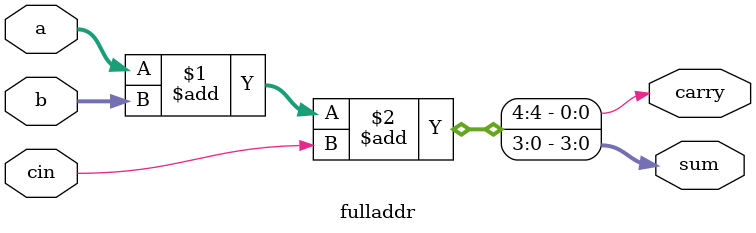
<source format=v>
module bcd_add_sub(a,b,mode,sum,cout);
input [3:0]a,b;
input mode;
output [3:0]sum;
output cout;

wire [3:0]comp9,muxout;

comp9ckt g1(comp9,b);
mux2_1 g2(comp9,b,muxout,mode);
bcd_adder g3(muxout,a,mode,sum,cout);
endmodule


/*
module bcd_adder( input [3:0]a,b,
input cin,
output [3:0] sum,
output carry
);
*/






module comp9ckt( output reg[3:0] comp9, input [3:0]b);
always@(b)
begin
case(b) 
4'b0000: comp9 = 4'b1001; 
4'b0001: comp9 = 4'b1000; 
4'b0010: comp9 = 4'b0111; 
4'b0011: comp9 = 4'b0110; 
4'b0100: comp9 = 4'b1001; 
4'b0101: comp9 = 4'b0100; 
4'b0110: comp9 = 4'b0011; 
4'b0111: comp9 = 4'b0010; 
4'b1000: comp9 = 4'b0001; 
4'b1001: comp9 = 4'b0000; 
default: comp9 = 4'b1111;
endcase
end
endmodule

module mux2_1(input [3:0]a,b, output reg [3:0] muxout , input sel);
always@(*)
case(sel)
1:muxout=a;
0:muxout=b;
endcase
endmodule

module bcd_adder( input [3:0]a,b,
input cin,
output [3:0] sum,
output carry
);

wire [3:0]z;
wire cout;
wire cout1;
wire [3:0]carrytemp;
supply0 gnd;

assign cout1= (z[3]&z[2] )| (z[3]&z[1]) | cout ;
assign carrytemp={1'b0,cout1,cout1,1'b0};

fulladdr g1(a,b,cin,z,cout);
fulladdr g2(z,carrytemp,gnd,sum,carry);
endmodule

module fulladdr(input [3:0]a,b, input cin , output [3:0] sum, output carry);
assign {carry,sum}= a+b+cin;
endmodule


</source>
